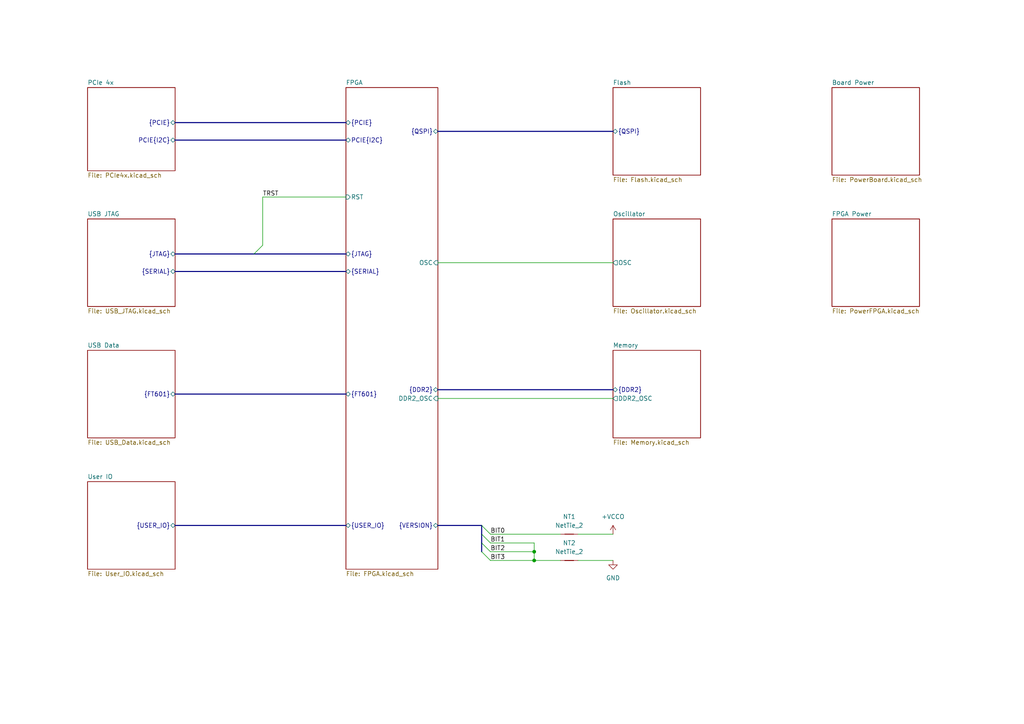
<source format=kicad_sch>
(kicad_sch (version 20230121) (generator eeschema)
  (paper "A4")
  (title_block (title "PCIeDMA") (date "2024-01-01") (rev "1") (company "github.com/eggsampler"))
  (lib_symbols
    (symbol "Device:NetTie_2" (pin_numbers hide) (pin_names (offset 0) hide) (in_bom no)
      (property "Reference" "NT" (at 0 1.27 0))
      (property "Value" "NetTie_2" (at 0 -1.27 0))
      (symbol "NetTie_2_0_1"
        (polyline (pts (xy -1.27 0) (xy 1.27 0)) (stroke (width 0.254)))
      )
      (symbol "NetTie_2_1_1"
        (pin passive line (at -2.54 0 0) (length 2.54) (name "1") (number "1"))
        (pin passive line (at 2.54 0 180) (length 2.54) (name "2") (number "2"))
      )
    )
    (symbol "PCIeDMA:+VCCO" (power) (pin_names (offset 0))
      (property "Value" "+VCCO" (at 0 3.556 0))
      (symbol "+VCCO_0_1"
        (polyline (pts (xy -0.762 1.27) (xy 0 2.54)))
        (polyline (pts (xy 0 0) (xy 0 2.54)))
        (polyline (pts (xy 0 2.54) (xy 0.762 1.27)))
      )
      (symbol "+VCCO_1_1"
        (pin power_in line (at 0 0 90) (length 0) hide (name "+VCCO") (number "1"))
      )
    )
    (symbol "power:GND" (power) (pin_names (offset 0))
      (property "Value" "GND" (at 0 -3.81 0))
      (symbol "GND_0_1"
        (polyline (pts (xy 0 0) (xy 0 -1.27) (xy 1.27 -1.27) (xy 0 -2.54) (xy -1.27 -1.27) (xy 0 -1.27)))
      )
      (symbol "GND_1_1"
        (pin power_in line (at 0 0 270) (length 0) hide (name "GND") (number "1"))
      )
    )
  )
  (junction (at 154.94 160.02))
  (junction (at 154.94 162.56))
  (bus_entry (at 139.7 152.4) (size 2.54 2.54))
  (bus_entry (at 139.7 154.94) (size 2.54 2.54))
  (bus_entry (at 139.7 157.48) (size 2.54 2.54))
  (bus_entry (at 139.7 160.02) (size 2.54 2.54))
  (bus_entry (at 73.66 73.66) (size 2.54 -2.54))
  (wire (pts (xy 76.2 57.15) (xy 100.33 57.15)))
  (bus (pts (xy 139.7 152.4) (xy 139.7 154.94)))
  (wire (pts (xy 127 76.2) (xy 177.8 76.2)))
  (bus (pts (xy 127 38.1) (xy 177.8 38.1)))
  (wire (pts (xy 154.94 162.56) (xy 162.56 162.56)))
  (wire (pts (xy 142.24 154.94) (xy 162.56 154.94)))
  (wire (pts (xy 167.64 162.56) (xy 177.8 162.56)))
  (bus (pts (xy 73.66 73.66) (xy 100.33 73.66)))
  (bus (pts (xy 50.8 40.64) (xy 100.33 40.64)))
  (bus (pts (xy 50.8 78.74) (xy 100.33 78.74)))
  (wire (pts (xy 76.2 71.12) (xy 76.2 57.15)))
  (wire (pts (xy 142.24 160.02) (xy 154.94 160.02)))
  (bus (pts (xy 139.7 157.48) (xy 139.7 160.02)))
  (wire (pts (xy 142.24 157.48) (xy 154.94 157.48)))
  (bus (pts (xy 50.8 73.66) (xy 73.66 73.66)))
  (wire (pts (xy 154.94 157.48) (xy 154.94 160.02)))
  (bus (pts (xy 50.8 35.56) (xy 100.33 35.56)))
  (bus (pts (xy 139.7 154.94) (xy 139.7 157.48)))
  (wire (pts (xy 154.94 160.02) (xy 154.94 162.56)))
  (wire (pts (xy 167.64 154.94) (xy 177.8 154.94)))
  (bus (pts (xy 127 152.4) (xy 139.7 152.4)))
  (bus (pts (xy 127 113.03) (xy 177.8 113.03)))
  (wire (pts (xy 127 115.57) (xy 177.8 115.57)))
  (wire (pts (xy 142.24 162.56) (xy 154.94 162.56)))
  (bus (pts (xy 50.8 152.4) (xy 100.33 152.4)))
  (bus (pts (xy 50.8 114.3) (xy 100.33 114.3)))
  (label "BIT2" (at 142.24 160.02 0))
  (label "TRST" (at 76.2 57.15 0))
  (label "BIT3" (at 142.24 162.56 0))
  (label "BIT1" (at 142.24 157.48 0))
  (label "BIT0" (at 142.24 154.94 0))
  (symbol (lib_id "Device:NetTie_2") (at 165.1 154.94 0) (unit 1) (in_bom no)
    (property "Reference" "NT1" (at 165.1 149.86 0))
    (property "Value" "NetTie_2" (at 165.1 152.4 0))
    (property "Footprint" "NetTie:NetTie-2_SMD_Pad0.5mm" (effects hide))
  )
  (symbol (lib_id "power:GND") (at 177.8 162.56 0) (unit 1)
    (property "Reference" "#PWR0183" (effects hide))
    (property "Value" "GND" (at 177.8 167.64 0))
  )
  (symbol (lib_id "Device:NetTie_2") (at 165.1 162.56 0) (unit 1) (in_bom no)
    (property "Reference" "NT2" (at 165.1 157.48 0))
    (property "Value" "NetTie_2" (at 165.1 160.02 0))
    (property "Footprint" "NetTie:NetTie-2_SMD_Pad0.5mm" (effects hide))
  )
  (symbol (lib_id "PCIeDMA:+VCCO") (at 177.8 154.94 0) (unit 1)
    (property "Reference" "#PWR0182" (effects hide))
    (property "Value" "+VCCO" (at 177.8 149.86 0))
  )
  (sheet (at 241.3 25.4) (size 25.4 25.4) (stroke (width 0.1524))
    (property "Sheetname" "Board Power" (at 241.3 24.6884 0) (effects (justify left bottom)))
    (property "Sheetfile" "PowerBoard.kicad_sch" (at 241.3 51.3846 0) (effects (justify left top)))
  )
  (sheet (at 100.33 25.4) (size 26.67 139.7) (stroke (width 0.1524))
    (property "Sheetname" "FPGA" (at 100.33 24.6884 0) (effects (justify left bottom)))
    (property "Sheetfile" "FPGA.kicad_sch" (at 100.33 165.6846 0) (effects (justify left top)))
    (pin "RST" input (at 100.33 57.15 180))
    (pin "{QSPI}" bidirectional (at 127 38.1 0))
    (pin "{PCIE}" bidirectional (at 100.33 35.56 180))
    (pin "{JTAG}" bidirectional (at 100.33 73.66 180))
    (pin "{USER_IO}" bidirectional (at 100.33 152.4 180))
    (pin "{FT601}" bidirectional (at 100.33 114.3 180))
    (pin "OSC" input (at 127 76.2 0))
    (pin "PCIE{I2C}" bidirectional (at 100.33 40.64 180))
    (pin "{DDR2}" bidirectional (at 127 113.03 0))
    (pin "DDR2_OSC" input (at 127 115.57 0))
    (pin "{SERIAL}" bidirectional (at 100.33 78.74 180))
    (pin "{VERSION}" bidirectional (at 127 152.4 0))
  )
  (sheet (at 25.4 139.7) (size 25.4 25.4) (stroke (width 0.1524))
    (property "Sheetname" "User IO" (at 25.4 138.9884 0) (effects (justify left bottom)))
    (property "Sheetfile" "User_IO.kicad_sch" (at 25.4 165.6846 0) (effects (justify left top)))
    (pin "{USER_IO}" bidirectional (at 50.8 152.4 0))
  )
  (sheet (at 25.4 25.4) (size 25.4 24.13) (stroke (width 0.1524))
    (property "Sheetname" "PCIe 4x" (at 25.4 24.6884 0) (effects (justify left bottom)))
    (property "Sheetfile" "PCIe4x.kicad_sch" (at 25.4 50.1146 0) (effects (justify left top)))
    (pin "{PCIE}" bidirectional (at 50.8 35.56 0))
    (pin "PCIE{I2C}" bidirectional (at 50.8 40.64 0))
  )
  (sheet (at 241.3 63.5) (size 25.4 25.4) (stroke (width 0.1524))
    (property "Sheetname" "FPGA Power" (at 241.3 62.7884 0) (effects (justify left bottom)))
    (property "Sheetfile" "PowerFPGA.kicad_sch" (at 241.3 89.4846 0) (effects (justify left top)))
  )
  (sheet (at 25.4 101.6) (size 25.4 25.4) (stroke (width 0.1524))
    (property "Sheetname" "USB Data" (at 25.4 100.8884 0) (effects (justify left bottom)))
    (property "Sheetfile" "USB_Data.kicad_sch" (at 25.4 127.5846 0) (effects (justify left top)))
    (pin "{FT601}" bidirectional (at 50.8 114.3 0))
  )
  (sheet (at 177.8 25.4) (size 25.4 25.4) (stroke (width 0.1524))
    (property "Sheetname" "Flash" (at 177.8 24.6884 0) (effects (justify left bottom)))
    (property "Sheetfile" "Flash.kicad_sch" (at 177.8 51.3846 0) (effects (justify left top)))
    (pin "{QSPI}" bidirectional (at 177.8 38.1 180))
  )
  (sheet (at 177.8 101.6) (size 25.4 25.4) (stroke (width 0.1524))
    (property "Sheetname" "Memory" (at 177.8 100.8884 0) (effects (justify left bottom)))
    (property "Sheetfile" "Memory.kicad_sch" (at 177.8 127.5846 0) (effects (justify left top)))
    (pin "DDR2_OSC" output (at 177.8 115.57 180))
    (pin "{DDR2}" bidirectional (at 177.8 113.03 180))
  )
  (sheet (at 25.4 63.5) (size 25.4 25.4) (stroke (width 0.1524))
    (property "Sheetname" "USB JTAG" (at 25.4 62.7884 0) (effects (justify left bottom)))
    (property "Sheetfile" "USB_JTAG.kicad_sch" (at 25.4 89.4846 0) (effects (justify left top)))
    (pin "{JTAG}" bidirectional (at 50.8 73.66 0))
    (pin "{SERIAL}" bidirectional (at 50.8 78.74 0))
  )
  (sheet (at 177.8 63.5) (size 25.4 25.4) (stroke (width 0.1524))
    (property "Sheetname" "Oscillator" (at 177.8 62.7884 0) (effects (justify left bottom)))
    (property "Sheetfile" "Oscillator.kicad_sch" (at 177.8 89.4846 0) (effects (justify left top)))
    (pin "OSC" output (at 177.8 76.2 180))
  )
)
</source>
